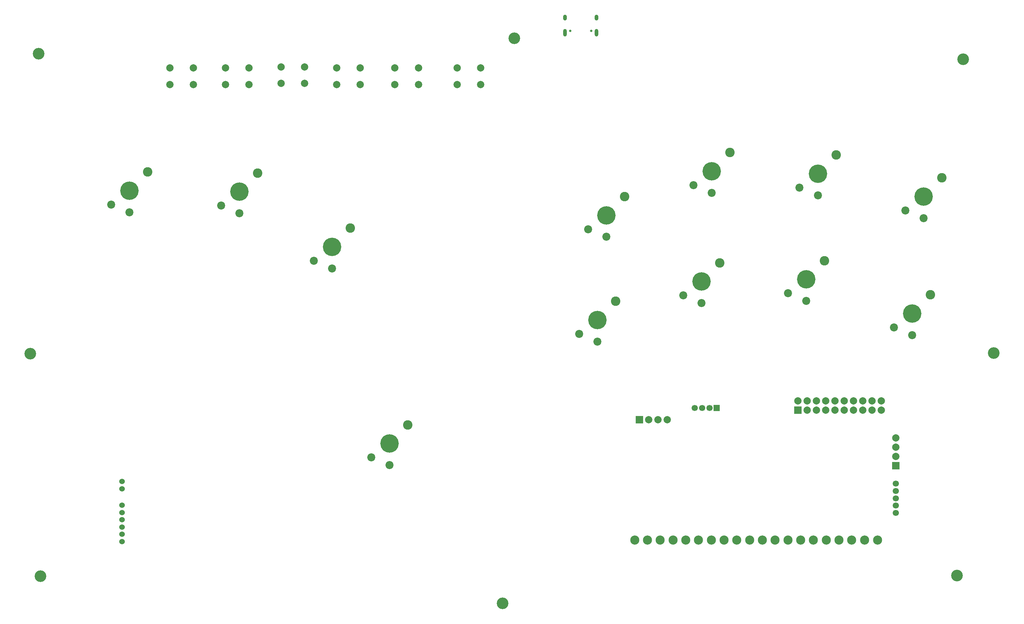
<source format=gbs>
%TF.GenerationSoftware,KiCad,Pcbnew,(6.0.2)*%
%TF.CreationDate,2022-06-06T00:38:35-05:00*%
%TF.ProjectId,Pikin,50696b69-6e2e-46b6-9963-61645f706362,rev?*%
%TF.SameCoordinates,Original*%
%TF.FileFunction,Soldermask,Bot*%
%TF.FilePolarity,Negative*%
%FSLAX46Y46*%
G04 Gerber Fmt 4.6, Leading zero omitted, Abs format (unit mm)*
G04 Created by KiCad (PCBNEW (6.0.2)) date 2022-06-06 00:38:35*
%MOMM*%
%LPD*%
G01*
G04 APERTURE LIST*
%ADD10C,2.600000*%
%ADD11C,5.050000*%
%ADD12C,2.200000*%
%ADD13C,2.000000*%
%ADD14C,0.650000*%
%ADD15O,1.000000X1.600000*%
%ADD16O,1.000000X2.100000*%
%ADD17C,3.200000*%
%ADD18C,1.524000*%
%ADD19R,2.000000X2.000000*%
%ADD20C,1.700000*%
%ADD21R,1.700000X1.700000*%
%ADD22C,2.500000*%
G04 APERTURE END LIST*
D10*
X323947800Y-104070000D03*
D11*
X318947800Y-109220000D03*
D12*
X318947800Y-115120000D03*
X313947800Y-113020000D03*
D13*
X127560000Y-73950000D03*
X134060000Y-73950000D03*
X127560000Y-78450000D03*
X134060000Y-78450000D03*
X173990000Y-73950000D03*
X180490000Y-73950000D03*
X180490000Y-78450000D03*
X173990000Y-78450000D03*
D14*
X222079652Y-63767200D03*
X227859652Y-63767200D03*
D15*
X229289652Y-60117200D03*
X220649652Y-60117200D03*
D16*
X220649652Y-64297200D03*
X229289652Y-64297200D03*
D10*
X320823600Y-136175600D03*
D11*
X315823600Y-141325600D03*
D12*
X315823600Y-147225600D03*
X310823600Y-145125600D03*
D17*
X338175600Y-152171400D03*
X76352400Y-70002400D03*
D10*
X237003600Y-109200800D03*
D11*
X232003600Y-114350800D03*
D12*
X232003600Y-120250800D03*
X227003600Y-118150800D03*
D10*
X265883400Y-97110400D03*
D11*
X260883400Y-102260400D03*
D12*
X260883400Y-108160400D03*
X255883400Y-106060400D03*
D17*
X76885800Y-213385400D03*
D13*
X112320000Y-73950000D03*
X118820000Y-73950000D03*
X112320000Y-78450000D03*
X118820000Y-78450000D03*
D17*
X329768200Y-71577200D03*
X206756000Y-65786000D03*
D13*
X158040000Y-73950000D03*
X164540000Y-73950000D03*
X164540000Y-78450000D03*
X158040000Y-78450000D03*
D10*
X106295200Y-102469800D03*
D11*
X101295200Y-107619800D03*
D12*
X101295200Y-113519800D03*
X96295200Y-111419800D03*
D17*
X203504800Y-220802200D03*
D11*
X156794200Y-123012200D03*
D10*
X161794200Y-117862200D03*
D12*
X156794200Y-128912200D03*
X151794200Y-126812200D03*
D11*
X289941000Y-102946200D03*
D10*
X294941000Y-97796200D03*
D12*
X289941000Y-108846200D03*
X284941000Y-106746200D03*
D13*
X191060000Y-73950000D03*
X197560000Y-73950000D03*
X191060000Y-78450000D03*
X197560000Y-78450000D03*
D10*
X234514400Y-137953600D03*
D11*
X229514400Y-143103600D03*
D12*
X229514400Y-149003600D03*
X224514400Y-146903600D03*
D18*
X99212400Y-187375800D03*
X99212400Y-189375800D03*
X99212400Y-193875800D03*
X99212400Y-195875800D03*
X99212400Y-197875800D03*
X99212400Y-199875800D03*
X99212400Y-201875800D03*
X99212400Y-203875800D03*
D13*
X307325249Y-167785305D03*
X307325249Y-165245305D03*
X304795249Y-167785305D03*
X304795249Y-165245305D03*
X302255249Y-167795305D03*
X302255249Y-165245305D03*
X299715249Y-167781985D03*
X299715249Y-165245305D03*
X297175249Y-167785305D03*
X297175249Y-165245305D03*
X294635249Y-167785305D03*
X294635249Y-165245305D03*
X292095249Y-167785305D03*
X292095249Y-165245305D03*
X289555249Y-167785305D03*
X289555249Y-165245305D03*
X287015249Y-167785305D03*
X287015249Y-165245305D03*
D19*
X284475249Y-167785305D03*
D13*
X284475249Y-165245305D03*
X311315249Y-175385305D03*
X311315249Y-177925305D03*
X311315249Y-180465305D03*
D19*
X311315249Y-183005305D03*
D20*
X311315249Y-187981305D03*
X311315249Y-190009305D03*
X311315249Y-192009305D03*
X311315249Y-194009305D03*
X311315249Y-196009305D03*
D21*
X262221249Y-167189305D03*
D20*
X260221249Y-167189305D03*
X258221249Y-167189305D03*
X256221249Y-167189305D03*
D13*
X248684249Y-170393305D03*
X246144249Y-170393305D03*
X243604249Y-170393305D03*
D19*
X241064249Y-170393305D03*
D22*
X306331249Y-203450305D03*
X302741249Y-203450305D03*
X299241249Y-203450305D03*
X295741249Y-203450305D03*
X292241249Y-203450305D03*
X288741249Y-203450305D03*
X285241249Y-203450305D03*
X281741249Y-203450305D03*
X278241249Y-203450305D03*
X274741249Y-203450305D03*
X271241249Y-203450305D03*
X267741249Y-203450305D03*
X264241249Y-203450305D03*
X260741249Y-203450305D03*
X257241249Y-203450305D03*
X253741249Y-203450305D03*
X250241249Y-203450305D03*
X246741249Y-203450305D03*
X243241249Y-203450305D03*
X239741249Y-203450305D03*
D10*
X263038600Y-127387200D03*
D11*
X258038600Y-132537200D03*
D12*
X258038600Y-138437200D03*
X253038600Y-136337200D03*
D17*
X74066400Y-152298400D03*
D11*
X286791400Y-131945800D03*
D10*
X291791400Y-126795800D03*
D12*
X286791400Y-137845800D03*
X281791400Y-135745800D03*
D17*
X328091800Y-213207600D03*
D11*
X131419600Y-107899200D03*
D10*
X136419600Y-102749200D03*
D12*
X131419600Y-113799200D03*
X126419600Y-111699200D03*
D10*
X177542200Y-171837200D03*
D11*
X172542200Y-176987200D03*
D12*
X172542200Y-182887200D03*
X167542200Y-180787200D03*
D13*
X142800000Y-73660000D03*
X149300000Y-73660000D03*
X149300000Y-78160000D03*
X142800000Y-78160000D03*
M02*

</source>
